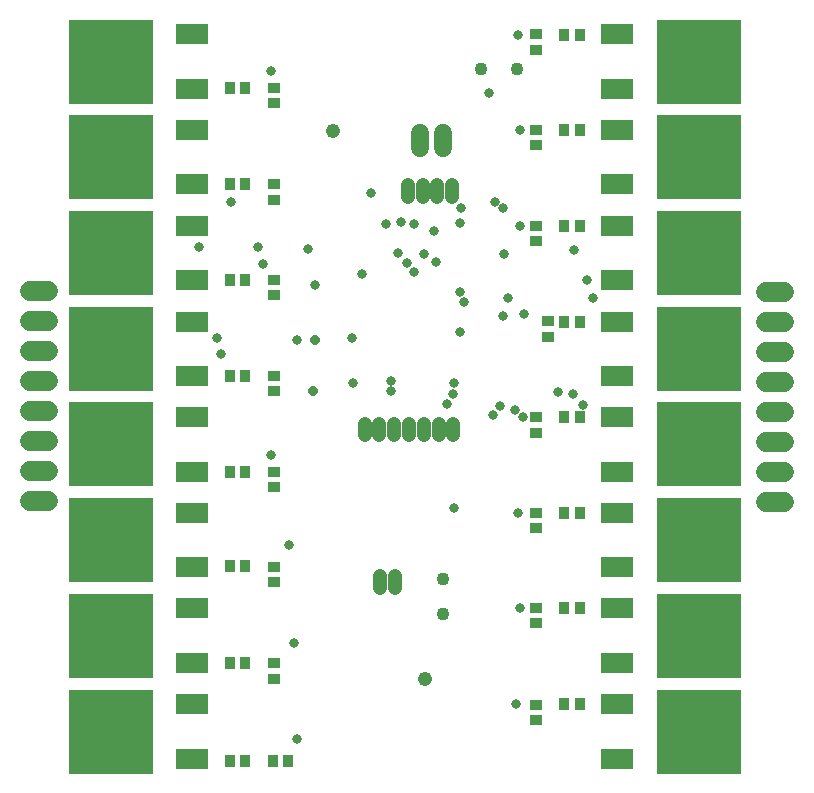
<source format=gts>
G75*
%MOIN*%
%OFA0B0*%
%FSLAX24Y24*%
%IPPOS*%
%LPD*%
%AMOC8*
5,1,8,0,0,1.08239X$1,22.5*
%
%ADD10C,0.0477*%
%ADD11R,0.1064X0.0671*%
%ADD12R,0.2836X0.2836*%
%ADD13R,0.0356X0.0434*%
%ADD14R,0.0434X0.0356*%
%ADD15C,0.0595*%
%ADD16C,0.0434*%
%ADD17C,0.0680*%
%ADD18C,0.0320*%
%ADD19OC8,0.0320*%
%ADD20C,0.0476*%
D10*
X012826Y009274D02*
X012826Y009670D01*
X013318Y009670D02*
X013318Y009274D01*
X013305Y014344D02*
X013305Y014741D01*
X013797Y014741D02*
X013797Y014344D01*
X014289Y014344D02*
X014289Y014741D01*
X014781Y014741D02*
X014781Y014344D01*
X015273Y014344D02*
X015273Y014741D01*
X012813Y014741D02*
X012813Y014344D01*
X012321Y014344D02*
X012321Y014741D01*
X013763Y022301D02*
X013763Y022698D01*
X014255Y022698D02*
X014255Y022301D01*
X014747Y022301D02*
X014747Y022698D01*
X015239Y022698D02*
X015239Y022301D01*
D11*
X020732Y022712D03*
X020732Y021331D03*
X020732Y019520D03*
X020732Y018137D03*
X020732Y016326D03*
X020732Y014949D03*
X020732Y013138D03*
X020732Y011763D03*
X020732Y009952D03*
X020732Y008576D03*
X020732Y006764D03*
X020732Y005378D03*
X020732Y003567D03*
X006572Y003567D03*
X006572Y005378D03*
X006572Y006764D03*
X006572Y008576D03*
X006572Y009952D03*
X006572Y011763D03*
X006572Y013138D03*
X006572Y014949D03*
X006572Y016326D03*
X006572Y018137D03*
X006572Y019520D03*
X006572Y021331D03*
X006572Y022712D03*
X006572Y024523D03*
X006572Y025902D03*
X006572Y027713D03*
X020732Y027713D03*
X020732Y025902D03*
X020732Y024523D03*
D12*
X023448Y023617D03*
X023448Y026807D03*
X023448Y020425D03*
X023448Y017232D03*
X023448Y014043D03*
X023448Y010857D03*
X023448Y007670D03*
X023448Y004473D03*
X003855Y004473D03*
X003855Y007670D03*
X003855Y010857D03*
X003855Y014043D03*
X003855Y017232D03*
X003855Y020425D03*
X003855Y023617D03*
X003855Y026807D03*
D13*
X007818Y025918D03*
X008330Y025918D03*
X008330Y022718D03*
X007818Y022718D03*
X007818Y019518D03*
X008330Y019518D03*
X008330Y016328D03*
X007818Y016328D03*
X007818Y013138D03*
X008330Y013138D03*
X008330Y009978D03*
X007818Y009978D03*
X007818Y006748D03*
X008330Y006748D03*
X008330Y003508D03*
X007818Y003508D03*
X009268Y003498D03*
X009780Y003498D03*
X018978Y005378D03*
X019490Y005378D03*
X019490Y008588D03*
X018978Y008588D03*
X018978Y011768D03*
X019490Y011768D03*
X019490Y014948D03*
X018978Y014948D03*
X018978Y018138D03*
X019490Y018138D03*
X019490Y021328D03*
X018978Y021328D03*
X018978Y024518D03*
X019490Y024518D03*
X019490Y027708D03*
X018978Y027708D03*
D14*
X018034Y027714D03*
X018034Y027202D03*
X018034Y024524D03*
X018034Y024012D03*
X018034Y021324D03*
X018034Y020812D03*
X018424Y018154D03*
X018424Y017642D03*
X018034Y014954D03*
X018034Y014442D03*
X018034Y011764D03*
X018034Y011252D03*
X018034Y008594D03*
X018034Y008082D03*
X018034Y005374D03*
X018034Y004862D03*
X009294Y006232D03*
X009294Y006744D03*
X009294Y009462D03*
X009294Y009974D03*
X009294Y012622D03*
X009294Y013134D03*
X009294Y015822D03*
X009294Y016334D03*
X009294Y019022D03*
X009294Y019534D03*
X009294Y022202D03*
X009294Y022714D03*
X009294Y025422D03*
X009294Y025934D03*
D15*
X014158Y024433D02*
X014158Y023918D01*
X014945Y023918D02*
X014945Y024433D01*
D16*
X016206Y026571D03*
X017387Y026571D03*
X014943Y009562D03*
X014943Y008381D03*
D17*
X025713Y012118D02*
X026313Y012118D01*
X026313Y013118D02*
X025713Y013118D01*
X025713Y014118D02*
X026313Y014118D01*
X026313Y015118D02*
X025713Y015118D01*
X025713Y016118D02*
X026313Y016118D01*
X026313Y017118D02*
X025713Y017118D01*
X025713Y018118D02*
X026313Y018118D01*
X026313Y019118D02*
X025713Y019118D01*
X001750Y019161D02*
X001150Y019161D01*
X001150Y018161D02*
X001750Y018161D01*
X001750Y017161D02*
X001150Y017161D01*
X001150Y016161D02*
X001750Y016161D01*
X001750Y015161D02*
X001150Y015161D01*
X001150Y014161D02*
X001750Y014161D01*
X001750Y013161D02*
X001150Y013161D01*
X001150Y012161D02*
X001750Y012161D01*
D18*
X007384Y017588D03*
X007544Y017058D03*
X010073Y017522D03*
X011903Y017603D03*
X013204Y016148D03*
X013204Y015818D03*
X011934Y016098D03*
X009204Y013708D03*
X009794Y010678D03*
X009964Y007418D03*
X010074Y004218D03*
X017354Y005378D03*
X017484Y008588D03*
X017434Y011768D03*
X015305Y011927D03*
X017604Y014958D03*
X017324Y015208D03*
X016834Y015318D03*
X016584Y015018D03*
X015294Y016108D03*
X015274Y015718D03*
X015054Y015408D03*
X015494Y017778D03*
X015624Y018778D03*
X015494Y019128D03*
X014684Y020138D03*
X014294Y020378D03*
X013714Y020078D03*
X013974Y019788D03*
X013414Y020418D03*
X013544Y021448D03*
X013974Y021408D03*
X014634Y021148D03*
X015484Y021438D03*
X015514Y021928D03*
X016654Y022138D03*
X016944Y021938D03*
X017484Y021318D03*
X016964Y020408D03*
X017104Y018928D03*
X016931Y018331D03*
X017634Y018388D03*
X019722Y019520D03*
X019914Y018928D03*
X019294Y020528D03*
X017484Y024518D03*
X016458Y025744D03*
X017424Y027708D03*
X012517Y022417D03*
X013024Y021398D03*
X012226Y019740D03*
X010654Y019358D03*
X010415Y020551D03*
X008934Y020058D03*
X008765Y020637D03*
X007854Y022118D03*
X006804Y020638D03*
X009194Y026478D03*
X018754Y015788D03*
X019274Y015738D03*
X019594Y015348D03*
D19*
X010611Y015830D03*
X010670Y017511D03*
D20*
X003214Y004468D03*
X003096Y007665D03*
X003859Y011909D03*
X003281Y014889D03*
X003230Y016437D03*
X003879Y019815D03*
X003064Y023610D03*
X003245Y026822D03*
X011274Y024488D03*
X023466Y019976D03*
X024017Y016464D03*
X024068Y014901D03*
X023450Y011476D03*
X024415Y007681D03*
X024249Y004468D03*
X014340Y006240D03*
X024198Y023622D03*
X024084Y026815D03*
M02*

</source>
